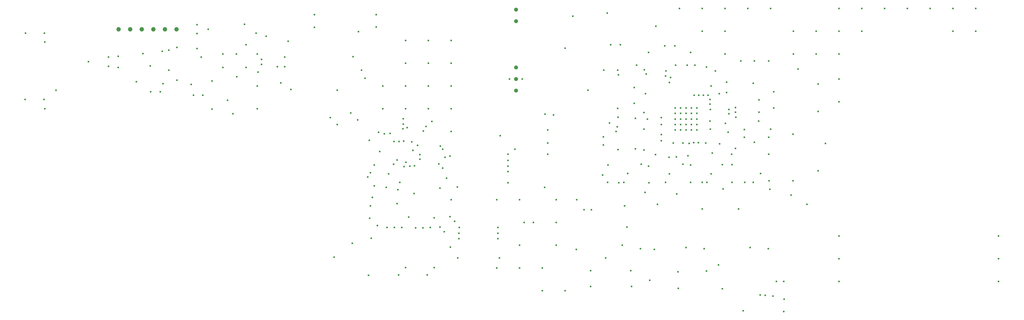
<source format=gbr>
%TF.GenerationSoftware,KiCad,Pcbnew,8.0.0*%
%TF.CreationDate,2024-03-12T18:45:23+01:00*%
%TF.ProjectId,FT24-AMS_Slave-v5,46543234-2d41-44d5-935f-536c6176652d,rev?*%
%TF.SameCoordinates,PX2faf080PY47868c0*%
%TF.FileFunction,Plated,1,4,PTH,Drill*%
%TF.FilePolarity,Positive*%
%FSLAX46Y46*%
G04 Gerber Fmt 4.6, Leading zero omitted, Abs format (unit mm)*
G04 Created by KiCad (PCBNEW 8.0.0) date 2024-03-12 18:45:23*
%MOMM*%
%LPD*%
G01*
G04 APERTURE LIST*
%TA.AperFunction,ViaDrill*%
%ADD10C,0.400000*%
%TD*%
%TA.AperFunction,ComponentDrill*%
%ADD11C,0.400000*%
%TD*%
%TA.AperFunction,ComponentDrill*%
%ADD12C,0.900000*%
%TD*%
%TA.AperFunction,ComponentDrill*%
%ADD13C,1.000000*%
%TD*%
G04 APERTURE END LIST*
D10*
X1650000Y-23000000D03*
X1675000Y-8400000D03*
X5749995Y-22999999D03*
X5875000Y-8400000D03*
X5900000Y-10400000D03*
X5900000Y-25000000D03*
X8400000Y-21000000D03*
X15500008Y-14700000D03*
X19899992Y-13700000D03*
X19900000Y-15700000D03*
X22000000Y-13500000D03*
X22000000Y-16000000D03*
X25991235Y-19088468D03*
X27400000Y-12899990D03*
X29029145Y-15670855D03*
X29104294Y-21275000D03*
X31275000Y-21275000D03*
X31675000Y-12400000D03*
X31800000Y-19500000D03*
X33075000Y-12200000D03*
X33100000Y-16600000D03*
X34900000Y-11600000D03*
X34900000Y-18800000D03*
X38000000Y-19700000D03*
X38550000Y-22025000D03*
X39289999Y-6600001D03*
X39290012Y-8499994D03*
X39325000Y-11800000D03*
X40224553Y-13650000D03*
X40550000Y-22025000D03*
X41740000Y-7550000D03*
X42600000Y-18900000D03*
X42600000Y-25100000D03*
X45000000Y-13000000D03*
X45000000Y-16000000D03*
X46000000Y-23175000D03*
X47200000Y-26162500D03*
X47950000Y-13000000D03*
X48000000Y-18000000D03*
X49666206Y-6483794D03*
X50000000Y-11000000D03*
X50000000Y-16000000D03*
X52275000Y-8425000D03*
X52500000Y-13000000D03*
X52500000Y-20000000D03*
X52500000Y-25000000D03*
X52691515Y-17022578D03*
X53399993Y-14150014D03*
X53437501Y-15312501D03*
X54471701Y-9125685D03*
X56925000Y-15800000D03*
X57700000Y-19375000D03*
X58500000Y-13700000D03*
X58500000Y-15800000D03*
X59300006Y-10200000D03*
X59900000Y-20795000D03*
X65000000Y-4350000D03*
X65000000Y-7150000D03*
X68500000Y-27000000D03*
X69300000Y-57600000D03*
X70000000Y-21000000D03*
X70000000Y-28500000D03*
X73000000Y-26000000D03*
X73300000Y-54600000D03*
X73500000Y-13575000D03*
X74500000Y-27500000D03*
X74699996Y-8075000D03*
X75323910Y-16570812D03*
X76100000Y-18300000D03*
X76700000Y-40000000D03*
X76900000Y-61600000D03*
X77050000Y-32000000D03*
X77100000Y-49100000D03*
X77299996Y-46332000D03*
X77299998Y-39100000D03*
X77500000Y-53500000D03*
X77700000Y-44500000D03*
X78122085Y-41926302D03*
X78142751Y-37363718D03*
X78550000Y-4400000D03*
X78550000Y-7050000D03*
X78800000Y-50700000D03*
X79050000Y-30200000D03*
X79299996Y-34400004D03*
X80000000Y-20000000D03*
X80000000Y-25000000D03*
X80384404Y-30515596D03*
X80799992Y-42262500D03*
X80937500Y-51112494D03*
X81300000Y-39300000D03*
X81596016Y-30403984D03*
X82399970Y-37199994D03*
X82493474Y-32231182D03*
X82537496Y-51112500D03*
X83162500Y-45837500D03*
X83177756Y-36253009D03*
X83300000Y-42800000D03*
X83500000Y-61500000D03*
X83543310Y-32249874D03*
X83750000Y-41174992D03*
X84137500Y-51112510D03*
X84388428Y-29457306D03*
X84512500Y-27212500D03*
X84512506Y-28412500D03*
X84588570Y-32150184D03*
X84691229Y-37729039D03*
X85000000Y-10000000D03*
X85000000Y-15000000D03*
X85000000Y-20000000D03*
X85000000Y-25000000D03*
X85000000Y-59900000D03*
X85100979Y-36775000D03*
X85336236Y-29138457D03*
X85676089Y-48819927D03*
X85916435Y-37627654D03*
X86385355Y-32285355D03*
X86603194Y-34189389D03*
X86837500Y-43650153D03*
X86966023Y-37598144D03*
X87200000Y-51199994D03*
X87628689Y-33110439D03*
X88128447Y-35103385D03*
X88128628Y-36103387D03*
X88800000Y-51174990D03*
X88925000Y-29938160D03*
X89482100Y-28932710D03*
X89750000Y-61500000D03*
X90000000Y-10000000D03*
X90000000Y-15000000D03*
X90000000Y-20000000D03*
X90000000Y-25000000D03*
X90400000Y-51100000D03*
X90800000Y-27800000D03*
X91250000Y-59900000D03*
X91300000Y-49000000D03*
X92258647Y-37174738D03*
X92500000Y-42500000D03*
X92500000Y-51000000D03*
X92600000Y-33200000D03*
X93138403Y-38054494D03*
X93150305Y-33955305D03*
X93500000Y-52000000D03*
X93641877Y-35729540D03*
X94000000Y-40250000D03*
X94750000Y-48750000D03*
X94775000Y-35400000D03*
X94800305Y-55400305D03*
X95000000Y-10000000D03*
X95000000Y-15000000D03*
X95000000Y-20000000D03*
X95000000Y-25000000D03*
X95000000Y-30000000D03*
X95000000Y-45000000D03*
X95750000Y-49750000D03*
X96350311Y-42255305D03*
X96400000Y-57800000D03*
X96700000Y-52400000D03*
X96700000Y-53600000D03*
X96800000Y-51100000D03*
X105000000Y-45000000D03*
X105000000Y-60000000D03*
X105200000Y-51100000D03*
X105200000Y-52400014D03*
X105200000Y-53600000D03*
X105600000Y-57800000D03*
X105750305Y-30955305D03*
X107425305Y-41322041D03*
X107450305Y-35055305D03*
X107450305Y-36355305D03*
X107450305Y-37655305D03*
X107450305Y-38855305D03*
X107800000Y-18500000D03*
X108950305Y-33955305D03*
X110000000Y-45000000D03*
X110000000Y-55000000D03*
X110000000Y-60000000D03*
X110600000Y-18500000D03*
X111000000Y-50000000D03*
X113000000Y-50000000D03*
X115000000Y-60000000D03*
X115000000Y-65000000D03*
X115475000Y-42325000D03*
X115600000Y-26200000D03*
X116200000Y-29700000D03*
X116200000Y-32600000D03*
X116200000Y-35000000D03*
X117400004Y-26400000D03*
X118000000Y-45000000D03*
X118000000Y-50000000D03*
X118000000Y-55000000D03*
X119968750Y-11775000D03*
X120000000Y-65000000D03*
X121668750Y-4675000D03*
X122467500Y-55900000D03*
X122500000Y-45000000D03*
X124155000Y-47200000D03*
X125000000Y-21000000D03*
X125600000Y-60600000D03*
X125600000Y-64100000D03*
X125755000Y-47200000D03*
X128155000Y-39600000D03*
X128367500Y-31202500D03*
X128367506Y-33002490D03*
X128454984Y-16600000D03*
X128900000Y-57775000D03*
X129199994Y-4000000D03*
X129267500Y-41202500D03*
X129375505Y-37400000D03*
X129700000Y-28175000D03*
X130000000Y-11000000D03*
X131180077Y-30009782D03*
X131367500Y-29027500D03*
X131454994Y-16600000D03*
X131467500Y-24902500D03*
X131542500Y-26862500D03*
X131542500Y-33987500D03*
X131655000Y-17600000D03*
X131736500Y-41274740D03*
X132054992Y-11000000D03*
X132500000Y-55000000D03*
X132800773Y-41235773D03*
X133000000Y-46400000D03*
X133480000Y-51007651D03*
X133654847Y-39289847D03*
X134400000Y-60600000D03*
X134500000Y-64100000D03*
X135110798Y-23832754D03*
X135142500Y-20362500D03*
X135342347Y-33862347D03*
X135346114Y-27169289D03*
X135595010Y-15499988D03*
X136467500Y-55800004D03*
X136617500Y-37252500D03*
X137210901Y-25877500D03*
X137217500Y-34052500D03*
X137267500Y-29502500D03*
X137300000Y-16500000D03*
X137467505Y-43402505D03*
X137555000Y-21700000D03*
X137782895Y-17413128D03*
X138047600Y-27331142D03*
X138274992Y-37645620D03*
X138300000Y-12700000D03*
X138367500Y-41302500D03*
X138500000Y-62675000D03*
X139500000Y-55900000D03*
X139780153Y-35115153D03*
X139900000Y-6900000D03*
X140167500Y-46000000D03*
X141067500Y-27002500D03*
X141067500Y-28502500D03*
X141067500Y-30702520D03*
X141067500Y-32075000D03*
X141800000Y-11200000D03*
X141967500Y-41202500D03*
X142000000Y-17800000D03*
X142045149Y-16691716D03*
X142767487Y-35674578D03*
X142858482Y-19233551D03*
X142867500Y-39302500D03*
X143066827Y-18148944D03*
X143667500Y-32602500D03*
X144000000Y-11200000D03*
X144155002Y-15500010D03*
X144358868Y-35644099D03*
X144467500Y-43702500D03*
X144700000Y-60800000D03*
X144800000Y-64500000D03*
X145000000Y-3000000D03*
X145767496Y-32602504D03*
X145808748Y-37188177D03*
X146500000Y-55500000D03*
X146755000Y-15500006D03*
X146930000Y-35390455D03*
X147133454Y-32613763D03*
X147455000Y-12700000D03*
X147467500Y-37402500D03*
X147467500Y-41202500D03*
X148128539Y-32514710D03*
X148255002Y-22100000D03*
X148455000Y-15500000D03*
X149155000Y-32500000D03*
X149255003Y-22100003D03*
X149992500Y-41205032D03*
X150000000Y-3000000D03*
X150000000Y-8000000D03*
X150000000Y-47000000D03*
X150287250Y-22085845D03*
X150467500Y-55800000D03*
X150767500Y-32602500D03*
X150955000Y-15900000D03*
X151000000Y-60700000D03*
X151067500Y-41202500D03*
X151309078Y-22082967D03*
X151748249Y-22992673D03*
X151755000Y-24010224D03*
X151763669Y-27752643D03*
X151767500Y-25177500D03*
X151767500Y-29502500D03*
X151955000Y-20000000D03*
X151967500Y-39302500D03*
X152239314Y-34749009D03*
X152900000Y-16700000D03*
X153544404Y-59285596D03*
X153730000Y-21712655D03*
X153848750Y-32721250D03*
X154400000Y-64600000D03*
X154473154Y-37327500D03*
X154567500Y-42602500D03*
X155000000Y-3000000D03*
X155000000Y-8000000D03*
X155000000Y-13000000D03*
X155067500Y-28252508D03*
X155328500Y-19174500D03*
X155366258Y-21437758D03*
X155729825Y-30219880D03*
X155868819Y-25155284D03*
X155876528Y-26155257D03*
X156500381Y-34996992D03*
X156567500Y-37277500D03*
X156567500Y-41177500D03*
X157328500Y-24774500D03*
X157328500Y-25774500D03*
X157328500Y-33774500D03*
X157412937Y-26884018D03*
X158000000Y-47000000D03*
X158455000Y-14500000D03*
X159006519Y-69412283D03*
X159228500Y-29574500D03*
X159228500Y-31274500D03*
X159367500Y-41202500D03*
X160000000Y-3000000D03*
X160500000Y-55500000D03*
X161206497Y-41163497D03*
X161228500Y-19474500D03*
X161455000Y-14499996D03*
X161455000Y-32400000D03*
X162367500Y-27702500D03*
X162455000Y-23100000D03*
X162455000Y-25800000D03*
X162700000Y-65950000D03*
X162829912Y-39241264D03*
X163800000Y-66000000D03*
X164467500Y-55799994D03*
X164555000Y-14500000D03*
X164567500Y-35002500D03*
X164626510Y-31302500D03*
X164700000Y-40827500D03*
X164867500Y-42702500D03*
X165000000Y-3000000D03*
X165055000Y-29500000D03*
X165550000Y-66200000D03*
X165655000Y-21300000D03*
X165655000Y-24874502D03*
X166275000Y-62940000D03*
X167900000Y-62995000D03*
X167900000Y-69550000D03*
X168000000Y-66850000D03*
X169500000Y-44000000D03*
X169917500Y-30627500D03*
X169917500Y-40827500D03*
X170000000Y-8000000D03*
X170000000Y-13000000D03*
X171067500Y-16277500D03*
X173000000Y-46000000D03*
X175000000Y-8000000D03*
X175000000Y-13000000D03*
X175399998Y-25577500D03*
X175400000Y-19577500D03*
X175400000Y-38677500D03*
X177000000Y-32677500D03*
X180000000Y-3000000D03*
X180000000Y-8000000D03*
X180000000Y-13000000D03*
X180000000Y-18500000D03*
X180000000Y-23500000D03*
X180000000Y-52999998D03*
X180000000Y-58000000D03*
X180000000Y-63000000D03*
X185000000Y-3000000D03*
X185000000Y-8000000D03*
X190000000Y-3000000D03*
X195000000Y-3000000D03*
X200000000Y-3000000D03*
X205000000Y-3000000D03*
X205000000Y-8000000D03*
X210000000Y-3000000D03*
X210000000Y-8000000D03*
X215000000Y-53000000D03*
X215000000Y-58000002D03*
X215000000Y-63000002D03*
D11*
%TO.C,U2*%
X144067500Y-24877500D03*
X144067500Y-26077500D03*
X144067500Y-27277500D03*
X144067500Y-28477500D03*
X144067500Y-29677500D03*
X145267500Y-24877500D03*
X145267500Y-26077500D03*
X145267500Y-27277500D03*
X145267500Y-28477500D03*
X145267500Y-29677500D03*
X146467500Y-24877500D03*
X146467500Y-26077500D03*
X146467500Y-27277500D03*
X146467500Y-28477500D03*
X146467500Y-29677500D03*
X147667500Y-24877500D03*
X147667500Y-26077500D03*
X147667500Y-27277500D03*
X147667500Y-28477500D03*
X147667500Y-29677500D03*
X148867500Y-24877500D03*
X148867500Y-26077500D03*
X148867500Y-27277500D03*
X148867500Y-28477500D03*
X148867500Y-29677500D03*
D12*
%TO.C,PS1*%
X109200000Y-3300000D03*
X109200000Y-5840000D03*
X109200000Y-16000000D03*
X109200000Y-18540000D03*
X109200000Y-21080000D03*
D13*
%TO.C,J16*%
X22120000Y-7550000D03*
X24660000Y-7550000D03*
X27200000Y-7550000D03*
X29740000Y-7550000D03*
X32280000Y-7550000D03*
X34820000Y-7550000D03*
M02*

</source>
